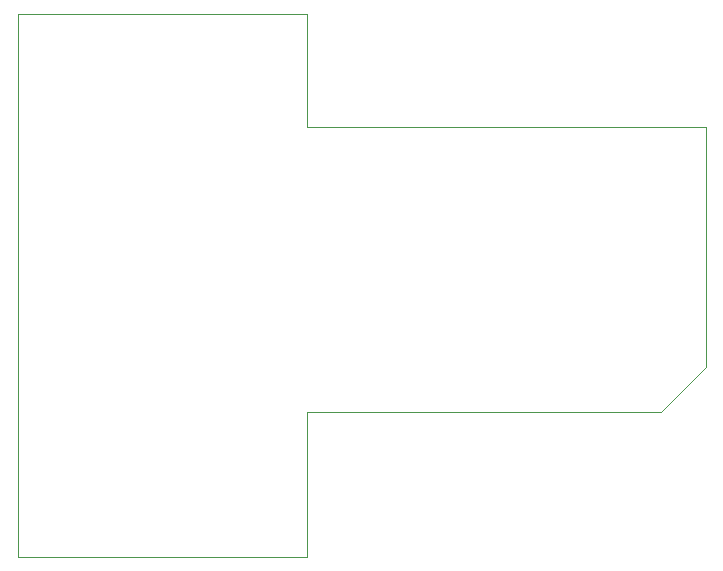
<source format=gbr>
%TF.GenerationSoftware,KiCad,Pcbnew,5.1.10-88a1d61d58~90~ubuntu20.04.1*%
%TF.CreationDate,2022-02-25T00:36:02-08:00*%
%TF.ProjectId,sd_bt_streamer,73645f62-745f-4737-9472-65616d65722e,rev?*%
%TF.SameCoordinates,Original*%
%TF.FileFunction,Profile,NP*%
%FSLAX46Y46*%
G04 Gerber Fmt 4.6, Leading zero omitted, Abs format (unit mm)*
G04 Created by KiCad (PCBNEW 5.1.10-88a1d61d58~90~ubuntu20.04.1) date 2022-02-25 00:36:02*
%MOMM*%
%LPD*%
G01*
G04 APERTURE LIST*
%TA.AperFunction,Profile*%
%ADD10C,0.050000*%
%TD*%
G04 APERTURE END LIST*
D10*
X152500000Y-106500000D02*
X177000000Y-106500000D01*
X152500000Y-60500000D02*
X152500000Y-106500000D01*
X177000000Y-60500000D02*
X152500000Y-60500000D01*
X177000000Y-70070000D02*
X177000000Y-60500000D01*
X177000000Y-99400000D02*
X177000000Y-106500000D01*
X177000000Y-94200000D02*
X177000000Y-99400000D01*
X178600000Y-94200000D02*
X177000000Y-94200000D01*
X179260000Y-70070000D02*
X177000000Y-70070000D01*
X185540000Y-70070000D02*
X179260000Y-70070000D01*
X192420000Y-70070000D02*
X185540000Y-70070000D01*
X197530000Y-70070000D02*
X192420000Y-70070000D01*
X202000000Y-70070000D02*
X197530000Y-70070000D01*
X205830000Y-70070000D02*
X202000000Y-70070000D01*
X210000000Y-70070000D02*
X205830000Y-70070000D01*
X210770000Y-70070000D02*
X210000000Y-70070000D01*
X210770000Y-70080000D02*
X210770000Y-70070000D01*
X206970000Y-94200000D02*
X178600000Y-94200000D01*
X210780000Y-90390000D02*
X206970000Y-94200000D01*
X210770000Y-70080000D02*
X210780000Y-90390000D01*
M02*

</source>
